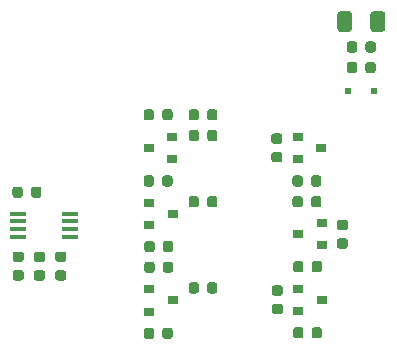
<source format=gbp>
%TF.GenerationSoftware,KiCad,Pcbnew,(5.1.6)-1*%
%TF.CreationDate,2021-03-31T15:54:52+07:00*%
%TF.ProjectId,EM_Drone_SUBFLIGHT,454d5f44-726f-46e6-955f-535542464c49,rev?*%
%TF.SameCoordinates,PX7997ee0PY7f50c60*%
%TF.FileFunction,Paste,Bot*%
%TF.FilePolarity,Positive*%
%FSLAX46Y46*%
G04 Gerber Fmt 4.6, Leading zero omitted, Abs format (unit mm)*
G04 Created by KiCad (PCBNEW (5.1.6)-1) date 2021-03-31 15:54:52*
%MOMM*%
%LPD*%
G01*
G04 APERTURE LIST*
%ADD10R,1.450000X0.450000*%
%ADD11R,0.900000X0.800000*%
%ADD12R,0.500000X0.500000*%
G04 APERTURE END LIST*
D10*
%TO.C,U2*%
X17200000Y37475000D03*
X17200000Y36825000D03*
X17200000Y36175000D03*
X17200000Y35525000D03*
X21600000Y35525000D03*
X21600000Y36175000D03*
X21600000Y36825000D03*
X21600000Y37475000D03*
%TD*%
%TO.C,R36*%
G36*
G01*
X28700000Y46106250D02*
X28700000Y45593750D01*
G75*
G02*
X28481250Y45375000I-218750J0D01*
G01*
X28043750Y45375000D01*
G75*
G02*
X27825000Y45593750I0J218750D01*
G01*
X27825000Y46106250D01*
G75*
G02*
X28043750Y46325000I218750J0D01*
G01*
X28481250Y46325000D01*
G75*
G02*
X28700000Y46106250I0J-218750D01*
G01*
G37*
G36*
G01*
X30275000Y46106250D02*
X30275000Y45593750D01*
G75*
G02*
X30056250Y45375000I-218750J0D01*
G01*
X29618750Y45375000D01*
G75*
G02*
X29400000Y45593750I0J218750D01*
G01*
X29400000Y46106250D01*
G75*
G02*
X29618750Y46325000I218750J0D01*
G01*
X30056250Y46325000D01*
G75*
G02*
X30275000Y46106250I0J-218750D01*
G01*
G37*
%TD*%
%TO.C,R35*%
G36*
G01*
X28750000Y33206250D02*
X28750000Y32693750D01*
G75*
G02*
X28531250Y32475000I-218750J0D01*
G01*
X28093750Y32475000D01*
G75*
G02*
X27875000Y32693750I0J218750D01*
G01*
X27875000Y33206250D01*
G75*
G02*
X28093750Y33425000I218750J0D01*
G01*
X28531250Y33425000D01*
G75*
G02*
X28750000Y33206250I0J-218750D01*
G01*
G37*
G36*
G01*
X30325000Y33206250D02*
X30325000Y32693750D01*
G75*
G02*
X30106250Y32475000I-218750J0D01*
G01*
X29668750Y32475000D01*
G75*
G02*
X29450000Y32693750I0J218750D01*
G01*
X29450000Y33206250D01*
G75*
G02*
X29668750Y33425000I218750J0D01*
G01*
X30106250Y33425000D01*
G75*
G02*
X30325000Y33206250I0J-218750D01*
G01*
G37*
%TD*%
%TO.C,R34*%
G36*
G01*
X28700000Y40506250D02*
X28700000Y39993750D01*
G75*
G02*
X28481250Y39775000I-218750J0D01*
G01*
X28043750Y39775000D01*
G75*
G02*
X27825000Y39993750I0J218750D01*
G01*
X27825000Y40506250D01*
G75*
G02*
X28043750Y40725000I218750J0D01*
G01*
X28481250Y40725000D01*
G75*
G02*
X28700000Y40506250I0J-218750D01*
G01*
G37*
G36*
G01*
X30275000Y40506250D02*
X30275000Y39993750D01*
G75*
G02*
X30056250Y39775000I-218750J0D01*
G01*
X29618750Y39775000D01*
G75*
G02*
X29400000Y39993750I0J218750D01*
G01*
X29400000Y40506250D01*
G75*
G02*
X29618750Y40725000I218750J0D01*
G01*
X30056250Y40725000D01*
G75*
G02*
X30275000Y40506250I0J-218750D01*
G01*
G37*
%TD*%
%TO.C,R33*%
G36*
G01*
X28700000Y27606250D02*
X28700000Y27093750D01*
G75*
G02*
X28481250Y26875000I-218750J0D01*
G01*
X28043750Y26875000D01*
G75*
G02*
X27825000Y27093750I0J218750D01*
G01*
X27825000Y27606250D01*
G75*
G02*
X28043750Y27825000I218750J0D01*
G01*
X28481250Y27825000D01*
G75*
G02*
X28700000Y27606250I0J-218750D01*
G01*
G37*
G36*
G01*
X30275000Y27606250D02*
X30275000Y27093750D01*
G75*
G02*
X30056250Y26875000I-218750J0D01*
G01*
X29618750Y26875000D01*
G75*
G02*
X29400000Y27093750I0J218750D01*
G01*
X29400000Y27606250D01*
G75*
G02*
X29618750Y27825000I218750J0D01*
G01*
X30056250Y27825000D01*
G75*
G02*
X30275000Y27606250I0J-218750D01*
G01*
G37*
%TD*%
%TO.C,R32*%
G36*
G01*
X28750000Y34956250D02*
X28750000Y34443750D01*
G75*
G02*
X28531250Y34225000I-218750J0D01*
G01*
X28093750Y34225000D01*
G75*
G02*
X27875000Y34443750I0J218750D01*
G01*
X27875000Y34956250D01*
G75*
G02*
X28093750Y35175000I218750J0D01*
G01*
X28531250Y35175000D01*
G75*
G02*
X28750000Y34956250I0J-218750D01*
G01*
G37*
G36*
G01*
X30325000Y34956250D02*
X30325000Y34443750D01*
G75*
G02*
X30106250Y34225000I-218750J0D01*
G01*
X29668750Y34225000D01*
G75*
G02*
X29450000Y34443750I0J218750D01*
G01*
X29450000Y34956250D01*
G75*
G02*
X29668750Y35175000I218750J0D01*
G01*
X30106250Y35175000D01*
G75*
G02*
X30325000Y34956250I0J-218750D01*
G01*
G37*
%TD*%
%TO.C,R31*%
G36*
G01*
X32500000Y46106250D02*
X32500000Y45593750D01*
G75*
G02*
X32281250Y45375000I-218750J0D01*
G01*
X31843750Y45375000D01*
G75*
G02*
X31625000Y45593750I0J218750D01*
G01*
X31625000Y46106250D01*
G75*
G02*
X31843750Y46325000I218750J0D01*
G01*
X32281250Y46325000D01*
G75*
G02*
X32500000Y46106250I0J-218750D01*
G01*
G37*
G36*
G01*
X34075000Y46106250D02*
X34075000Y45593750D01*
G75*
G02*
X33856250Y45375000I-218750J0D01*
G01*
X33418750Y45375000D01*
G75*
G02*
X33200000Y45593750I0J218750D01*
G01*
X33200000Y46106250D01*
G75*
G02*
X33418750Y46325000I218750J0D01*
G01*
X33856250Y46325000D01*
G75*
G02*
X34075000Y46106250I0J-218750D01*
G01*
G37*
%TD*%
%TO.C,R30*%
G36*
G01*
X39356250Y43400000D02*
X38843750Y43400000D01*
G75*
G02*
X38625000Y43618750I0J218750D01*
G01*
X38625000Y44056250D01*
G75*
G02*
X38843750Y44275000I218750J0D01*
G01*
X39356250Y44275000D01*
G75*
G02*
X39575000Y44056250I0J-218750D01*
G01*
X39575000Y43618750D01*
G75*
G02*
X39356250Y43400000I-218750J0D01*
G01*
G37*
G36*
G01*
X39356250Y41825000D02*
X38843750Y41825000D01*
G75*
G02*
X38625000Y42043750I0J218750D01*
G01*
X38625000Y42481250D01*
G75*
G02*
X38843750Y42700000I218750J0D01*
G01*
X39356250Y42700000D01*
G75*
G02*
X39575000Y42481250I0J-218750D01*
G01*
X39575000Y42043750D01*
G75*
G02*
X39356250Y41825000I-218750J0D01*
G01*
G37*
%TD*%
%TO.C,R29*%
G36*
G01*
X32500000Y31456250D02*
X32500000Y30943750D01*
G75*
G02*
X32281250Y30725000I-218750J0D01*
G01*
X31843750Y30725000D01*
G75*
G02*
X31625000Y30943750I0J218750D01*
G01*
X31625000Y31456250D01*
G75*
G02*
X31843750Y31675000I218750J0D01*
G01*
X32281250Y31675000D01*
G75*
G02*
X32500000Y31456250I0J-218750D01*
G01*
G37*
G36*
G01*
X34075000Y31456250D02*
X34075000Y30943750D01*
G75*
G02*
X33856250Y30725000I-218750J0D01*
G01*
X33418750Y30725000D01*
G75*
G02*
X33200000Y30943750I0J218750D01*
G01*
X33200000Y31456250D01*
G75*
G02*
X33418750Y31675000I218750J0D01*
G01*
X33856250Y31675000D01*
G75*
G02*
X34075000Y31456250I0J-218750D01*
G01*
G37*
%TD*%
%TO.C,R28*%
G36*
G01*
X32500000Y38756250D02*
X32500000Y38243750D01*
G75*
G02*
X32281250Y38025000I-218750J0D01*
G01*
X31843750Y38025000D01*
G75*
G02*
X31625000Y38243750I0J218750D01*
G01*
X31625000Y38756250D01*
G75*
G02*
X31843750Y38975000I218750J0D01*
G01*
X32281250Y38975000D01*
G75*
G02*
X32500000Y38756250I0J-218750D01*
G01*
G37*
G36*
G01*
X34075000Y38756250D02*
X34075000Y38243750D01*
G75*
G02*
X33856250Y38025000I-218750J0D01*
G01*
X33418750Y38025000D01*
G75*
G02*
X33200000Y38243750I0J218750D01*
G01*
X33200000Y38756250D01*
G75*
G02*
X33418750Y38975000I218750J0D01*
G01*
X33856250Y38975000D01*
G75*
G02*
X34075000Y38756250I0J-218750D01*
G01*
G37*
%TD*%
%TO.C,R27*%
G36*
G01*
X33200000Y43843750D02*
X33200000Y44356250D01*
G75*
G02*
X33418750Y44575000I218750J0D01*
G01*
X33856250Y44575000D01*
G75*
G02*
X34075000Y44356250I0J-218750D01*
G01*
X34075000Y43843750D01*
G75*
G02*
X33856250Y43625000I-218750J0D01*
G01*
X33418750Y43625000D01*
G75*
G02*
X33200000Y43843750I0J218750D01*
G01*
G37*
G36*
G01*
X31625000Y43843750D02*
X31625000Y44356250D01*
G75*
G02*
X31843750Y44575000I218750J0D01*
G01*
X32281250Y44575000D01*
G75*
G02*
X32500000Y44356250I0J-218750D01*
G01*
X32500000Y43843750D01*
G75*
G02*
X32281250Y43625000I-218750J0D01*
G01*
X31843750Y43625000D01*
G75*
G02*
X31625000Y43843750I0J218750D01*
G01*
G37*
%TD*%
%TO.C,R26*%
G36*
G01*
X41300000Y40506250D02*
X41300000Y39993750D01*
G75*
G02*
X41081250Y39775000I-218750J0D01*
G01*
X40643750Y39775000D01*
G75*
G02*
X40425000Y39993750I0J218750D01*
G01*
X40425000Y40506250D01*
G75*
G02*
X40643750Y40725000I218750J0D01*
G01*
X41081250Y40725000D01*
G75*
G02*
X41300000Y40506250I0J-218750D01*
G01*
G37*
G36*
G01*
X42875000Y40506250D02*
X42875000Y39993750D01*
G75*
G02*
X42656250Y39775000I-218750J0D01*
G01*
X42218750Y39775000D01*
G75*
G02*
X42000000Y39993750I0J218750D01*
G01*
X42000000Y40506250D01*
G75*
G02*
X42218750Y40725000I218750J0D01*
G01*
X42656250Y40725000D01*
G75*
G02*
X42875000Y40506250I0J-218750D01*
G01*
G37*
%TD*%
%TO.C,R25*%
G36*
G01*
X41350000Y33256250D02*
X41350000Y32743750D01*
G75*
G02*
X41131250Y32525000I-218750J0D01*
G01*
X40693750Y32525000D01*
G75*
G02*
X40475000Y32743750I0J218750D01*
G01*
X40475000Y33256250D01*
G75*
G02*
X40693750Y33475000I218750J0D01*
G01*
X41131250Y33475000D01*
G75*
G02*
X41350000Y33256250I0J-218750D01*
G01*
G37*
G36*
G01*
X42925000Y33256250D02*
X42925000Y32743750D01*
G75*
G02*
X42706250Y32525000I-218750J0D01*
G01*
X42268750Y32525000D01*
G75*
G02*
X42050000Y32743750I0J218750D01*
G01*
X42050000Y33256250D01*
G75*
G02*
X42268750Y33475000I218750J0D01*
G01*
X42706250Y33475000D01*
G75*
G02*
X42925000Y33256250I0J-218750D01*
G01*
G37*
%TD*%
%TO.C,R24*%
G36*
G01*
X44393750Y35400000D02*
X44906250Y35400000D01*
G75*
G02*
X45125000Y35181250I0J-218750D01*
G01*
X45125000Y34743750D01*
G75*
G02*
X44906250Y34525000I-218750J0D01*
G01*
X44393750Y34525000D01*
G75*
G02*
X44175000Y34743750I0J218750D01*
G01*
X44175000Y35181250D01*
G75*
G02*
X44393750Y35400000I218750J0D01*
G01*
G37*
G36*
G01*
X44393750Y36975000D02*
X44906250Y36975000D01*
G75*
G02*
X45125000Y36756250I0J-218750D01*
G01*
X45125000Y36318750D01*
G75*
G02*
X44906250Y36100000I-218750J0D01*
G01*
X44393750Y36100000D01*
G75*
G02*
X44175000Y36318750I0J218750D01*
G01*
X44175000Y36756250D01*
G75*
G02*
X44393750Y36975000I218750J0D01*
G01*
G37*
%TD*%
%TO.C,R23*%
G36*
G01*
X41300000Y38756250D02*
X41300000Y38243750D01*
G75*
G02*
X41081250Y38025000I-218750J0D01*
G01*
X40643750Y38025000D01*
G75*
G02*
X40425000Y38243750I0J218750D01*
G01*
X40425000Y38756250D01*
G75*
G02*
X40643750Y38975000I218750J0D01*
G01*
X41081250Y38975000D01*
G75*
G02*
X41300000Y38756250I0J-218750D01*
G01*
G37*
G36*
G01*
X42875000Y38756250D02*
X42875000Y38243750D01*
G75*
G02*
X42656250Y38025000I-218750J0D01*
G01*
X42218750Y38025000D01*
G75*
G02*
X42000000Y38243750I0J218750D01*
G01*
X42000000Y38756250D01*
G75*
G02*
X42218750Y38975000I218750J0D01*
G01*
X42656250Y38975000D01*
G75*
G02*
X42875000Y38756250I0J-218750D01*
G01*
G37*
%TD*%
%TO.C,R21*%
G36*
G01*
X39406250Y30550000D02*
X38893750Y30550000D01*
G75*
G02*
X38675000Y30768750I0J218750D01*
G01*
X38675000Y31206250D01*
G75*
G02*
X38893750Y31425000I218750J0D01*
G01*
X39406250Y31425000D01*
G75*
G02*
X39625000Y31206250I0J-218750D01*
G01*
X39625000Y30768750D01*
G75*
G02*
X39406250Y30550000I-218750J0D01*
G01*
G37*
G36*
G01*
X39406250Y28975000D02*
X38893750Y28975000D01*
G75*
G02*
X38675000Y29193750I0J218750D01*
G01*
X38675000Y29631250D01*
G75*
G02*
X38893750Y29850000I218750J0D01*
G01*
X39406250Y29850000D01*
G75*
G02*
X39625000Y29631250I0J-218750D01*
G01*
X39625000Y29193750D01*
G75*
G02*
X39406250Y28975000I-218750J0D01*
G01*
G37*
%TD*%
%TO.C,R16*%
G36*
G01*
X18743750Y32700000D02*
X19256250Y32700000D01*
G75*
G02*
X19475000Y32481250I0J-218750D01*
G01*
X19475000Y32043750D01*
G75*
G02*
X19256250Y31825000I-218750J0D01*
G01*
X18743750Y31825000D01*
G75*
G02*
X18525000Y32043750I0J218750D01*
G01*
X18525000Y32481250D01*
G75*
G02*
X18743750Y32700000I218750J0D01*
G01*
G37*
G36*
G01*
X18743750Y34275000D02*
X19256250Y34275000D01*
G75*
G02*
X19475000Y34056250I0J-218750D01*
G01*
X19475000Y33618750D01*
G75*
G02*
X19256250Y33400000I-218750J0D01*
G01*
X18743750Y33400000D01*
G75*
G02*
X18525000Y33618750I0J218750D01*
G01*
X18525000Y34056250D01*
G75*
G02*
X18743750Y34275000I218750J0D01*
G01*
G37*
%TD*%
%TO.C,R15*%
G36*
G01*
X21056250Y33400000D02*
X20543750Y33400000D01*
G75*
G02*
X20325000Y33618750I0J218750D01*
G01*
X20325000Y34056250D01*
G75*
G02*
X20543750Y34275000I218750J0D01*
G01*
X21056250Y34275000D01*
G75*
G02*
X21275000Y34056250I0J-218750D01*
G01*
X21275000Y33618750D01*
G75*
G02*
X21056250Y33400000I-218750J0D01*
G01*
G37*
G36*
G01*
X21056250Y31825000D02*
X20543750Y31825000D01*
G75*
G02*
X20325000Y32043750I0J218750D01*
G01*
X20325000Y32481250D01*
G75*
G02*
X20543750Y32700000I218750J0D01*
G01*
X21056250Y32700000D01*
G75*
G02*
X21275000Y32481250I0J-218750D01*
G01*
X21275000Y32043750D01*
G75*
G02*
X21056250Y31825000I-218750J0D01*
G01*
G37*
%TD*%
%TO.C,R13*%
G36*
G01*
X42050000Y27143750D02*
X42050000Y27656250D01*
G75*
G02*
X42268750Y27875000I218750J0D01*
G01*
X42706250Y27875000D01*
G75*
G02*
X42925000Y27656250I0J-218750D01*
G01*
X42925000Y27143750D01*
G75*
G02*
X42706250Y26925000I-218750J0D01*
G01*
X42268750Y26925000D01*
G75*
G02*
X42050000Y27143750I0J218750D01*
G01*
G37*
G36*
G01*
X40475000Y27143750D02*
X40475000Y27656250D01*
G75*
G02*
X40693750Y27875000I218750J0D01*
G01*
X41131250Y27875000D01*
G75*
G02*
X41350000Y27656250I0J-218750D01*
G01*
X41350000Y27143750D01*
G75*
G02*
X41131250Y26925000I-218750J0D01*
G01*
X40693750Y26925000D01*
G75*
G02*
X40475000Y27143750I0J218750D01*
G01*
G37*
%TD*%
D11*
%TO.C,Q7*%
X30300000Y30150000D03*
X28300000Y31100000D03*
X28300000Y29200000D03*
%TD*%
%TO.C,Q6*%
X30300000Y37450000D03*
X28300000Y38400000D03*
X28300000Y36500000D03*
%TD*%
%TO.C,Q5*%
X28250000Y43050000D03*
X30250000Y42100000D03*
X30250000Y44000000D03*
%TD*%
%TO.C,Q4*%
X42850000Y43050000D03*
X40850000Y44000000D03*
X40850000Y42100000D03*
%TD*%
%TO.C,Q2*%
X40900000Y35750000D03*
X42900000Y34800000D03*
X42900000Y36700000D03*
%TD*%
%TO.C,Q1*%
X42900000Y30200000D03*
X40900000Y31150000D03*
X40900000Y29250000D03*
%TD*%
D12*
%TO.C,D7*%
X45150000Y47850000D03*
X47350000Y47850000D03*
%TD*%
%TO.C,C27*%
G36*
G01*
X45900000Y50106250D02*
X45900000Y49593750D01*
G75*
G02*
X45681250Y49375000I-218750J0D01*
G01*
X45243750Y49375000D01*
G75*
G02*
X45025000Y49593750I0J218750D01*
G01*
X45025000Y50106250D01*
G75*
G02*
X45243750Y50325000I218750J0D01*
G01*
X45681250Y50325000D01*
G75*
G02*
X45900000Y50106250I0J-218750D01*
G01*
G37*
G36*
G01*
X47475000Y50106250D02*
X47475000Y49593750D01*
G75*
G02*
X47256250Y49375000I-218750J0D01*
G01*
X46818750Y49375000D01*
G75*
G02*
X46600000Y49593750I0J218750D01*
G01*
X46600000Y50106250D01*
G75*
G02*
X46818750Y50325000I218750J0D01*
G01*
X47256250Y50325000D01*
G75*
G02*
X47475000Y50106250I0J-218750D01*
G01*
G37*
%TD*%
%TO.C,C24*%
G36*
G01*
X45900000Y51856250D02*
X45900000Y51343750D01*
G75*
G02*
X45681250Y51125000I-218750J0D01*
G01*
X45243750Y51125000D01*
G75*
G02*
X45025000Y51343750I0J218750D01*
G01*
X45025000Y51856250D01*
G75*
G02*
X45243750Y52075000I218750J0D01*
G01*
X45681250Y52075000D01*
G75*
G02*
X45900000Y51856250I0J-218750D01*
G01*
G37*
G36*
G01*
X47475000Y51856250D02*
X47475000Y51343750D01*
G75*
G02*
X47256250Y51125000I-218750J0D01*
G01*
X46818750Y51125000D01*
G75*
G02*
X46600000Y51343750I0J218750D01*
G01*
X46600000Y51856250D01*
G75*
G02*
X46818750Y52075000I218750J0D01*
G01*
X47256250Y52075000D01*
G75*
G02*
X47475000Y51856250I0J-218750D01*
G01*
G37*
%TD*%
%TO.C,C22*%
G36*
G01*
X45475000Y54375000D02*
X45475000Y53125000D01*
G75*
G02*
X45225000Y52875000I-250000J0D01*
G01*
X44475000Y52875000D01*
G75*
G02*
X44225000Y53125000I0J250000D01*
G01*
X44225000Y54375000D01*
G75*
G02*
X44475000Y54625000I250000J0D01*
G01*
X45225000Y54625000D01*
G75*
G02*
X45475000Y54375000I0J-250000D01*
G01*
G37*
G36*
G01*
X48275000Y54375000D02*
X48275000Y53125000D01*
G75*
G02*
X48025000Y52875000I-250000J0D01*
G01*
X47275000Y52875000D01*
G75*
G02*
X47025000Y53125000I0J250000D01*
G01*
X47025000Y54375000D01*
G75*
G02*
X47275000Y54625000I250000J0D01*
G01*
X48025000Y54625000D01*
G75*
G02*
X48275000Y54375000I0J-250000D01*
G01*
G37*
%TD*%
%TO.C,C8*%
G36*
G01*
X16943750Y32700000D02*
X17456250Y32700000D01*
G75*
G02*
X17675000Y32481250I0J-218750D01*
G01*
X17675000Y32043750D01*
G75*
G02*
X17456250Y31825000I-218750J0D01*
G01*
X16943750Y31825000D01*
G75*
G02*
X16725000Y32043750I0J218750D01*
G01*
X16725000Y32481250D01*
G75*
G02*
X16943750Y32700000I218750J0D01*
G01*
G37*
G36*
G01*
X16943750Y34275000D02*
X17456250Y34275000D01*
G75*
G02*
X17675000Y34056250I0J-218750D01*
G01*
X17675000Y33618750D01*
G75*
G02*
X17456250Y33400000I-218750J0D01*
G01*
X16943750Y33400000D01*
G75*
G02*
X16725000Y33618750I0J218750D01*
G01*
X16725000Y34056250D01*
G75*
G02*
X16943750Y34275000I218750J0D01*
G01*
G37*
%TD*%
%TO.C,C7*%
G36*
G01*
X18287500Y39043750D02*
X18287500Y39556250D01*
G75*
G02*
X18506250Y39775000I218750J0D01*
G01*
X18943750Y39775000D01*
G75*
G02*
X19162500Y39556250I0J-218750D01*
G01*
X19162500Y39043750D01*
G75*
G02*
X18943750Y38825000I-218750J0D01*
G01*
X18506250Y38825000D01*
G75*
G02*
X18287500Y39043750I0J218750D01*
G01*
G37*
G36*
G01*
X16712500Y39043750D02*
X16712500Y39556250D01*
G75*
G02*
X16931250Y39775000I218750J0D01*
G01*
X17368750Y39775000D01*
G75*
G02*
X17587500Y39556250I0J-218750D01*
G01*
X17587500Y39043750D01*
G75*
G02*
X17368750Y38825000I-218750J0D01*
G01*
X16931250Y38825000D01*
G75*
G02*
X16712500Y39043750I0J218750D01*
G01*
G37*
%TD*%
M02*

</source>
